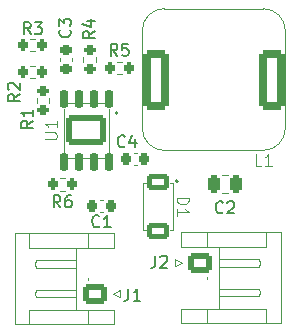
<source format=gto>
G04 #@! TF.GenerationSoftware,KiCad,Pcbnew,9.0.1-9.0.1-0~ubuntu24.04.1*
G04 #@! TF.CreationDate,2025-05-08T14:48:16+02:00*
G04 #@! TF.ProjectId,MP1584-5V,4d503135-3834-42d3-9556-2e6b69636164,rev?*
G04 #@! TF.SameCoordinates,Original*
G04 #@! TF.FileFunction,Legend,Top*
G04 #@! TF.FilePolarity,Positive*
%FSLAX46Y46*%
G04 Gerber Fmt 4.6, Leading zero omitted, Abs format (unit mm)*
G04 Created by KiCad (PCBNEW 9.0.1-9.0.1-0~ubuntu24.04.1) date 2025-05-08 14:48:16*
%MOMM*%
%LPD*%
G01*
G04 APERTURE LIST*
G04 Aperture macros list*
%AMRoundRect*
0 Rectangle with rounded corners*
0 $1 Rounding radius*
0 $2 $3 $4 $5 $6 $7 $8 $9 X,Y pos of 4 corners*
0 Add a 4 corners polygon primitive as box body*
4,1,4,$2,$3,$4,$5,$6,$7,$8,$9,$2,$3,0*
0 Add four circle primitives for the rounded corners*
1,1,$1+$1,$2,$3*
1,1,$1+$1,$4,$5*
1,1,$1+$1,$6,$7*
1,1,$1+$1,$8,$9*
0 Add four rect primitives between the rounded corners*
20,1,$1+$1,$2,$3,$4,$5,0*
20,1,$1+$1,$4,$5,$6,$7,0*
20,1,$1+$1,$6,$7,$8,$9,0*
20,1,$1+$1,$8,$9,$2,$3,0*%
G04 Aperture macros list end*
%ADD10C,0.100000*%
%ADD11C,0.150000*%
%ADD12C,0.200000*%
%ADD13C,0.120000*%
%ADD14RoundRect,0.201000X-0.749000X-0.469000X0.749000X-0.469000X0.749000X0.469000X-0.749000X0.469000X0*%
%ADD15RoundRect,0.200000X0.200000X0.275000X-0.200000X0.275000X-0.200000X-0.275000X0.200000X-0.275000X0*%
%ADD16RoundRect,0.250000X0.750000X-0.600000X0.750000X0.600000X-0.750000X0.600000X-0.750000X-0.600000X0*%
%ADD17O,2.000000X1.700000*%
%ADD18RoundRect,0.225000X-0.225000X-0.250000X0.225000X-0.250000X0.225000X0.250000X-0.225000X0.250000X0*%
%ADD19RoundRect,0.200000X0.275000X-0.200000X0.275000X0.200000X-0.275000X0.200000X-0.275000X-0.200000X0*%
%ADD20RoundRect,0.200000X-0.200000X-0.275000X0.200000X-0.275000X0.200000X0.275000X-0.200000X0.275000X0*%
%ADD21RoundRect,0.330000X0.770000X-2.170000X0.770000X2.170000X-0.770000X2.170000X-0.770000X-2.170000X0*%
%ADD22RoundRect,0.250000X-0.750000X0.600000X-0.750000X-0.600000X0.750000X-0.600000X0.750000X0.600000X0*%
%ADD23RoundRect,0.225000X0.250000X-0.225000X0.250000X0.225000X-0.250000X0.225000X-0.250000X-0.225000X0*%
%ADD24RoundRect,0.250000X0.250000X0.475000X-0.250000X0.475000X-0.250000X-0.475000X0.250000X-0.475000X0*%
%ADD25RoundRect,0.152500X-0.152500X0.647500X-0.152500X-0.647500X0.152500X-0.647500X0.152500X0.647500X0*%
%ADD26RoundRect,0.250000X-1.475000X-1.030000X1.475000X-1.030000X1.475000X1.030000X-1.475000X1.030000X0*%
G04 APERTURE END LIST*
D10*
X168362580Y-97331905D02*
X169362580Y-97331905D01*
X169362580Y-97331905D02*
X169362580Y-97570000D01*
X169362580Y-97570000D02*
X169314961Y-97712857D01*
X169314961Y-97712857D02*
X169219723Y-97808095D01*
X169219723Y-97808095D02*
X169124485Y-97855714D01*
X169124485Y-97855714D02*
X168934009Y-97903333D01*
X168934009Y-97903333D02*
X168791152Y-97903333D01*
X168791152Y-97903333D02*
X168600676Y-97855714D01*
X168600676Y-97855714D02*
X168505438Y-97808095D01*
X168505438Y-97808095D02*
X168410200Y-97712857D01*
X168410200Y-97712857D02*
X168362580Y-97570000D01*
X168362580Y-97570000D02*
X168362580Y-97331905D01*
X168362580Y-98855714D02*
X168362580Y-98284286D01*
X168362580Y-98570000D02*
X169362580Y-98570000D01*
X169362580Y-98570000D02*
X169219723Y-98474762D01*
X169219723Y-98474762D02*
X169124485Y-98379524D01*
X169124485Y-98379524D02*
X169076866Y-98284286D01*
D11*
X155983333Y-83494819D02*
X155650000Y-83018628D01*
X155411905Y-83494819D02*
X155411905Y-82494819D01*
X155411905Y-82494819D02*
X155792857Y-82494819D01*
X155792857Y-82494819D02*
X155888095Y-82542438D01*
X155888095Y-82542438D02*
X155935714Y-82590057D01*
X155935714Y-82590057D02*
X155983333Y-82685295D01*
X155983333Y-82685295D02*
X155983333Y-82828152D01*
X155983333Y-82828152D02*
X155935714Y-82923390D01*
X155935714Y-82923390D02*
X155888095Y-82971009D01*
X155888095Y-82971009D02*
X155792857Y-83018628D01*
X155792857Y-83018628D02*
X155411905Y-83018628D01*
X156316667Y-82494819D02*
X156935714Y-82494819D01*
X156935714Y-82494819D02*
X156602381Y-82875771D01*
X156602381Y-82875771D02*
X156745238Y-82875771D01*
X156745238Y-82875771D02*
X156840476Y-82923390D01*
X156840476Y-82923390D02*
X156888095Y-82971009D01*
X156888095Y-82971009D02*
X156935714Y-83066247D01*
X156935714Y-83066247D02*
X156935714Y-83304342D01*
X156935714Y-83304342D02*
X156888095Y-83399580D01*
X156888095Y-83399580D02*
X156840476Y-83447200D01*
X156840476Y-83447200D02*
X156745238Y-83494819D01*
X156745238Y-83494819D02*
X156459524Y-83494819D01*
X156459524Y-83494819D02*
X156364286Y-83447200D01*
X156364286Y-83447200D02*
X156316667Y-83399580D01*
X158503333Y-98154819D02*
X158170000Y-97678628D01*
X157931905Y-98154819D02*
X157931905Y-97154819D01*
X157931905Y-97154819D02*
X158312857Y-97154819D01*
X158312857Y-97154819D02*
X158408095Y-97202438D01*
X158408095Y-97202438D02*
X158455714Y-97250057D01*
X158455714Y-97250057D02*
X158503333Y-97345295D01*
X158503333Y-97345295D02*
X158503333Y-97488152D01*
X158503333Y-97488152D02*
X158455714Y-97583390D01*
X158455714Y-97583390D02*
X158408095Y-97631009D01*
X158408095Y-97631009D02*
X158312857Y-97678628D01*
X158312857Y-97678628D02*
X157931905Y-97678628D01*
X159360476Y-97154819D02*
X159170000Y-97154819D01*
X159170000Y-97154819D02*
X159074762Y-97202438D01*
X159074762Y-97202438D02*
X159027143Y-97250057D01*
X159027143Y-97250057D02*
X158931905Y-97392914D01*
X158931905Y-97392914D02*
X158884286Y-97583390D01*
X158884286Y-97583390D02*
X158884286Y-97964342D01*
X158884286Y-97964342D02*
X158931905Y-98059580D01*
X158931905Y-98059580D02*
X158979524Y-98107200D01*
X158979524Y-98107200D02*
X159074762Y-98154819D01*
X159074762Y-98154819D02*
X159265238Y-98154819D01*
X159265238Y-98154819D02*
X159360476Y-98107200D01*
X159360476Y-98107200D02*
X159408095Y-98059580D01*
X159408095Y-98059580D02*
X159455714Y-97964342D01*
X159455714Y-97964342D02*
X159455714Y-97726247D01*
X159455714Y-97726247D02*
X159408095Y-97631009D01*
X159408095Y-97631009D02*
X159360476Y-97583390D01*
X159360476Y-97583390D02*
X159265238Y-97535771D01*
X159265238Y-97535771D02*
X159074762Y-97535771D01*
X159074762Y-97535771D02*
X158979524Y-97583390D01*
X158979524Y-97583390D02*
X158931905Y-97631009D01*
X158931905Y-97631009D02*
X158884286Y-97726247D01*
X163323333Y-85324819D02*
X162990000Y-84848628D01*
X162751905Y-85324819D02*
X162751905Y-84324819D01*
X162751905Y-84324819D02*
X163132857Y-84324819D01*
X163132857Y-84324819D02*
X163228095Y-84372438D01*
X163228095Y-84372438D02*
X163275714Y-84420057D01*
X163275714Y-84420057D02*
X163323333Y-84515295D01*
X163323333Y-84515295D02*
X163323333Y-84658152D01*
X163323333Y-84658152D02*
X163275714Y-84753390D01*
X163275714Y-84753390D02*
X163228095Y-84801009D01*
X163228095Y-84801009D02*
X163132857Y-84848628D01*
X163132857Y-84848628D02*
X162751905Y-84848628D01*
X164228095Y-84324819D02*
X163751905Y-84324819D01*
X163751905Y-84324819D02*
X163704286Y-84801009D01*
X163704286Y-84801009D02*
X163751905Y-84753390D01*
X163751905Y-84753390D02*
X163847143Y-84705771D01*
X163847143Y-84705771D02*
X164085238Y-84705771D01*
X164085238Y-84705771D02*
X164180476Y-84753390D01*
X164180476Y-84753390D02*
X164228095Y-84801009D01*
X164228095Y-84801009D02*
X164275714Y-84896247D01*
X164275714Y-84896247D02*
X164275714Y-85134342D01*
X164275714Y-85134342D02*
X164228095Y-85229580D01*
X164228095Y-85229580D02*
X164180476Y-85277200D01*
X164180476Y-85277200D02*
X164085238Y-85324819D01*
X164085238Y-85324819D02*
X163847143Y-85324819D01*
X163847143Y-85324819D02*
X163751905Y-85277200D01*
X163751905Y-85277200D02*
X163704286Y-85229580D01*
X164264166Y-105054819D02*
X164264166Y-105769104D01*
X164264166Y-105769104D02*
X164216547Y-105911961D01*
X164216547Y-105911961D02*
X164121309Y-106007200D01*
X164121309Y-106007200D02*
X163978452Y-106054819D01*
X163978452Y-106054819D02*
X163883214Y-106054819D01*
X165264166Y-106054819D02*
X164692738Y-106054819D01*
X164978452Y-106054819D02*
X164978452Y-105054819D01*
X164978452Y-105054819D02*
X164883214Y-105197676D01*
X164883214Y-105197676D02*
X164787976Y-105292914D01*
X164787976Y-105292914D02*
X164692738Y-105340533D01*
X161803333Y-99739580D02*
X161755714Y-99787200D01*
X161755714Y-99787200D02*
X161612857Y-99834819D01*
X161612857Y-99834819D02*
X161517619Y-99834819D01*
X161517619Y-99834819D02*
X161374762Y-99787200D01*
X161374762Y-99787200D02*
X161279524Y-99691961D01*
X161279524Y-99691961D02*
X161231905Y-99596723D01*
X161231905Y-99596723D02*
X161184286Y-99406247D01*
X161184286Y-99406247D02*
X161184286Y-99263390D01*
X161184286Y-99263390D02*
X161231905Y-99072914D01*
X161231905Y-99072914D02*
X161279524Y-98977676D01*
X161279524Y-98977676D02*
X161374762Y-98882438D01*
X161374762Y-98882438D02*
X161517619Y-98834819D01*
X161517619Y-98834819D02*
X161612857Y-98834819D01*
X161612857Y-98834819D02*
X161755714Y-98882438D01*
X161755714Y-98882438D02*
X161803333Y-98930057D01*
X162755714Y-99834819D02*
X162184286Y-99834819D01*
X162470000Y-99834819D02*
X162470000Y-98834819D01*
X162470000Y-98834819D02*
X162374762Y-98977676D01*
X162374762Y-98977676D02*
X162279524Y-99072914D01*
X162279524Y-99072914D02*
X162184286Y-99120533D01*
X161414819Y-83236666D02*
X160938628Y-83569999D01*
X161414819Y-83808094D02*
X160414819Y-83808094D01*
X160414819Y-83808094D02*
X160414819Y-83427142D01*
X160414819Y-83427142D02*
X160462438Y-83331904D01*
X160462438Y-83331904D02*
X160510057Y-83284285D01*
X160510057Y-83284285D02*
X160605295Y-83236666D01*
X160605295Y-83236666D02*
X160748152Y-83236666D01*
X160748152Y-83236666D02*
X160843390Y-83284285D01*
X160843390Y-83284285D02*
X160891009Y-83331904D01*
X160891009Y-83331904D02*
X160938628Y-83427142D01*
X160938628Y-83427142D02*
X160938628Y-83808094D01*
X160748152Y-82379523D02*
X161414819Y-82379523D01*
X160367200Y-82617618D02*
X161081485Y-82855713D01*
X161081485Y-82855713D02*
X161081485Y-82236666D01*
X155054819Y-88576666D02*
X154578628Y-88909999D01*
X155054819Y-89148094D02*
X154054819Y-89148094D01*
X154054819Y-89148094D02*
X154054819Y-88767142D01*
X154054819Y-88767142D02*
X154102438Y-88671904D01*
X154102438Y-88671904D02*
X154150057Y-88624285D01*
X154150057Y-88624285D02*
X154245295Y-88576666D01*
X154245295Y-88576666D02*
X154388152Y-88576666D01*
X154388152Y-88576666D02*
X154483390Y-88624285D01*
X154483390Y-88624285D02*
X154531009Y-88671904D01*
X154531009Y-88671904D02*
X154578628Y-88767142D01*
X154578628Y-88767142D02*
X154578628Y-89148094D01*
X154150057Y-88195713D02*
X154102438Y-88148094D01*
X154102438Y-88148094D02*
X154054819Y-88052856D01*
X154054819Y-88052856D02*
X154054819Y-87814761D01*
X154054819Y-87814761D02*
X154102438Y-87719523D01*
X154102438Y-87719523D02*
X154150057Y-87671904D01*
X154150057Y-87671904D02*
X154245295Y-87624285D01*
X154245295Y-87624285D02*
X154340533Y-87624285D01*
X154340533Y-87624285D02*
X154483390Y-87671904D01*
X154483390Y-87671904D02*
X155054819Y-88243332D01*
X155054819Y-88243332D02*
X155054819Y-87624285D01*
D10*
X175523335Y-94637419D02*
X175047145Y-94637419D01*
X175047145Y-94637419D02*
X175047145Y-93637419D01*
X176380478Y-94637419D02*
X175809050Y-94637419D01*
X176094764Y-94637419D02*
X176094764Y-93637419D01*
X176094764Y-93637419D02*
X175999526Y-93780276D01*
X175999526Y-93780276D02*
X175904288Y-93875514D01*
X175904288Y-93875514D02*
X175809050Y-93923133D01*
D11*
X166539166Y-102274819D02*
X166539166Y-102989104D01*
X166539166Y-102989104D02*
X166491547Y-103131961D01*
X166491547Y-103131961D02*
X166396309Y-103227200D01*
X166396309Y-103227200D02*
X166253452Y-103274819D01*
X166253452Y-103274819D02*
X166158214Y-103274819D01*
X166967738Y-102370057D02*
X167015357Y-102322438D01*
X167015357Y-102322438D02*
X167110595Y-102274819D01*
X167110595Y-102274819D02*
X167348690Y-102274819D01*
X167348690Y-102274819D02*
X167443928Y-102322438D01*
X167443928Y-102322438D02*
X167491547Y-102370057D01*
X167491547Y-102370057D02*
X167539166Y-102465295D01*
X167539166Y-102465295D02*
X167539166Y-102560533D01*
X167539166Y-102560533D02*
X167491547Y-102703390D01*
X167491547Y-102703390D02*
X166920119Y-103274819D01*
X166920119Y-103274819D02*
X167539166Y-103274819D01*
X159299580Y-83136666D02*
X159347200Y-83184285D01*
X159347200Y-83184285D02*
X159394819Y-83327142D01*
X159394819Y-83327142D02*
X159394819Y-83422380D01*
X159394819Y-83422380D02*
X159347200Y-83565237D01*
X159347200Y-83565237D02*
X159251961Y-83660475D01*
X159251961Y-83660475D02*
X159156723Y-83708094D01*
X159156723Y-83708094D02*
X158966247Y-83755713D01*
X158966247Y-83755713D02*
X158823390Y-83755713D01*
X158823390Y-83755713D02*
X158632914Y-83708094D01*
X158632914Y-83708094D02*
X158537676Y-83660475D01*
X158537676Y-83660475D02*
X158442438Y-83565237D01*
X158442438Y-83565237D02*
X158394819Y-83422380D01*
X158394819Y-83422380D02*
X158394819Y-83327142D01*
X158394819Y-83327142D02*
X158442438Y-83184285D01*
X158442438Y-83184285D02*
X158490057Y-83136666D01*
X158394819Y-82803332D02*
X158394819Y-82184285D01*
X158394819Y-82184285D02*
X158775771Y-82517618D01*
X158775771Y-82517618D02*
X158775771Y-82374761D01*
X158775771Y-82374761D02*
X158823390Y-82279523D01*
X158823390Y-82279523D02*
X158871009Y-82231904D01*
X158871009Y-82231904D02*
X158966247Y-82184285D01*
X158966247Y-82184285D02*
X159204342Y-82184285D01*
X159204342Y-82184285D02*
X159299580Y-82231904D01*
X159299580Y-82231904D02*
X159347200Y-82279523D01*
X159347200Y-82279523D02*
X159394819Y-82374761D01*
X159394819Y-82374761D02*
X159394819Y-82660475D01*
X159394819Y-82660475D02*
X159347200Y-82755713D01*
X159347200Y-82755713D02*
X159299580Y-82803332D01*
X163963333Y-92979580D02*
X163915714Y-93027200D01*
X163915714Y-93027200D02*
X163772857Y-93074819D01*
X163772857Y-93074819D02*
X163677619Y-93074819D01*
X163677619Y-93074819D02*
X163534762Y-93027200D01*
X163534762Y-93027200D02*
X163439524Y-92931961D01*
X163439524Y-92931961D02*
X163391905Y-92836723D01*
X163391905Y-92836723D02*
X163344286Y-92646247D01*
X163344286Y-92646247D02*
X163344286Y-92503390D01*
X163344286Y-92503390D02*
X163391905Y-92312914D01*
X163391905Y-92312914D02*
X163439524Y-92217676D01*
X163439524Y-92217676D02*
X163534762Y-92122438D01*
X163534762Y-92122438D02*
X163677619Y-92074819D01*
X163677619Y-92074819D02*
X163772857Y-92074819D01*
X163772857Y-92074819D02*
X163915714Y-92122438D01*
X163915714Y-92122438D02*
X163963333Y-92170057D01*
X164820476Y-92408152D02*
X164820476Y-93074819D01*
X164582381Y-92027200D02*
X164344286Y-92741485D01*
X164344286Y-92741485D02*
X164963333Y-92741485D01*
X172263333Y-98569580D02*
X172215714Y-98617200D01*
X172215714Y-98617200D02*
X172072857Y-98664819D01*
X172072857Y-98664819D02*
X171977619Y-98664819D01*
X171977619Y-98664819D02*
X171834762Y-98617200D01*
X171834762Y-98617200D02*
X171739524Y-98521961D01*
X171739524Y-98521961D02*
X171691905Y-98426723D01*
X171691905Y-98426723D02*
X171644286Y-98236247D01*
X171644286Y-98236247D02*
X171644286Y-98093390D01*
X171644286Y-98093390D02*
X171691905Y-97902914D01*
X171691905Y-97902914D02*
X171739524Y-97807676D01*
X171739524Y-97807676D02*
X171834762Y-97712438D01*
X171834762Y-97712438D02*
X171977619Y-97664819D01*
X171977619Y-97664819D02*
X172072857Y-97664819D01*
X172072857Y-97664819D02*
X172215714Y-97712438D01*
X172215714Y-97712438D02*
X172263333Y-97760057D01*
X172644286Y-97760057D02*
X172691905Y-97712438D01*
X172691905Y-97712438D02*
X172787143Y-97664819D01*
X172787143Y-97664819D02*
X173025238Y-97664819D01*
X173025238Y-97664819D02*
X173120476Y-97712438D01*
X173120476Y-97712438D02*
X173168095Y-97760057D01*
X173168095Y-97760057D02*
X173215714Y-97855295D01*
X173215714Y-97855295D02*
X173215714Y-97950533D01*
X173215714Y-97950533D02*
X173168095Y-98093390D01*
X173168095Y-98093390D02*
X172596667Y-98664819D01*
X172596667Y-98664819D02*
X173215714Y-98664819D01*
D10*
X157187419Y-92391904D02*
X157996942Y-92391904D01*
X157996942Y-92391904D02*
X158092180Y-92344285D01*
X158092180Y-92344285D02*
X158139800Y-92296666D01*
X158139800Y-92296666D02*
X158187419Y-92201428D01*
X158187419Y-92201428D02*
X158187419Y-92010952D01*
X158187419Y-92010952D02*
X158139800Y-91915714D01*
X158139800Y-91915714D02*
X158092180Y-91868095D01*
X158092180Y-91868095D02*
X157996942Y-91820476D01*
X157996942Y-91820476D02*
X157187419Y-91820476D01*
X158187419Y-90820476D02*
X158187419Y-91391904D01*
X158187419Y-91106190D02*
X157187419Y-91106190D01*
X157187419Y-91106190D02*
X157330276Y-91201428D01*
X157330276Y-91201428D02*
X157425514Y-91296666D01*
X157425514Y-91296666D02*
X157473133Y-91391904D01*
D11*
X156164819Y-90836666D02*
X155688628Y-91169999D01*
X156164819Y-91408094D02*
X155164819Y-91408094D01*
X155164819Y-91408094D02*
X155164819Y-91027142D01*
X155164819Y-91027142D02*
X155212438Y-90931904D01*
X155212438Y-90931904D02*
X155260057Y-90884285D01*
X155260057Y-90884285D02*
X155355295Y-90836666D01*
X155355295Y-90836666D02*
X155498152Y-90836666D01*
X155498152Y-90836666D02*
X155593390Y-90884285D01*
X155593390Y-90884285D02*
X155641009Y-90931904D01*
X155641009Y-90931904D02*
X155688628Y-91027142D01*
X155688628Y-91027142D02*
X155688628Y-91408094D01*
X156164819Y-89884285D02*
X156164819Y-90455713D01*
X156164819Y-90169999D02*
X155164819Y-90169999D01*
X155164819Y-90169999D02*
X155307676Y-90265237D01*
X155307676Y-90265237D02*
X155402914Y-90360475D01*
X155402914Y-90360475D02*
X155450533Y-90455713D01*
D10*
X165510000Y-96135000D02*
X165510000Y-100085000D01*
X165510000Y-100085000D02*
X165510000Y-96135000D01*
X165510000Y-100085000D02*
X165750000Y-100085000D01*
X165740000Y-96135000D02*
X165510000Y-96135000D01*
X167770000Y-96135000D02*
X168010000Y-96135000D01*
X168010000Y-100085000D02*
X167770000Y-100085000D01*
X168010000Y-100085000D02*
X168010000Y-96135000D01*
D12*
X168462195Y-95937805D02*
G75*
G02*
X168277805Y-95937805I-92195J0D01*
G01*
X168277805Y-95937805D02*
G75*
G02*
X168462195Y-95937805I92195J0D01*
G01*
D13*
X156387258Y-83867500D02*
X155912742Y-83867500D01*
X156387258Y-84912500D02*
X155912742Y-84912500D01*
X158927258Y-95697500D02*
X158452742Y-95697500D01*
X158927258Y-96742500D02*
X158452742Y-96742500D01*
X163727258Y-85857500D02*
X163252742Y-85857500D01*
X163727258Y-86902500D02*
X163252742Y-86902500D01*
X154620000Y-100350000D02*
X163040000Y-100350000D01*
X154620000Y-108070000D02*
X154620000Y-100350000D01*
X155840000Y-100350000D02*
X155840000Y-101570000D01*
X155840000Y-101570000D02*
X160840000Y-101570000D01*
X155840000Y-106850000D02*
X160840000Y-106850000D01*
X155840000Y-108070000D02*
X155840000Y-106850000D01*
X156340000Y-102960000D02*
X156420000Y-102640000D01*
X156340000Y-105460000D02*
X156420000Y-105140000D01*
X156420000Y-102640000D02*
X159840000Y-102640000D01*
X156420000Y-103280000D02*
X156340000Y-102960000D01*
X156420000Y-105140000D02*
X159840000Y-105140000D01*
X156420000Y-105780000D02*
X156340000Y-105460000D01*
X159840000Y-102640000D02*
X159840000Y-102960000D01*
X159840000Y-102960000D02*
X159840000Y-103280000D01*
X159840000Y-103280000D02*
X156420000Y-103280000D01*
X159840000Y-105140000D02*
X159840000Y-105460000D01*
X159840000Y-105460000D02*
X159840000Y-105780000D01*
X159840000Y-105780000D02*
X156420000Y-105780000D01*
X159840000Y-106850000D02*
X159840000Y-101570000D01*
X160840000Y-101570000D02*
X160840000Y-100350000D01*
X160840000Y-104290000D02*
X160840000Y-104130000D01*
X160840000Y-106850000D02*
X160840000Y-108070000D01*
X160840000Y-106850000D02*
X163040000Y-106850000D01*
X162930000Y-105460000D02*
X163530000Y-105760000D01*
X163040000Y-100350000D02*
X163040000Y-101570000D01*
X163040000Y-101570000D02*
X160840000Y-101570000D01*
X163040000Y-106850000D02*
X163040000Y-108070000D01*
X163040000Y-108070000D02*
X154620000Y-108070000D01*
X163530000Y-105160000D02*
X162930000Y-105460000D01*
X163530000Y-105760000D02*
X163530000Y-105160000D01*
X161849420Y-97520000D02*
X162130580Y-97520000D01*
X161849420Y-98540000D02*
X162130580Y-98540000D01*
X160447500Y-85877258D02*
X160447500Y-85402742D01*
X161492500Y-85877258D02*
X161492500Y-85402742D01*
X155912742Y-86187500D02*
X156387258Y-86187500D01*
X155912742Y-87232500D02*
X156387258Y-87232500D01*
D10*
X165440000Y-83190000D02*
X165440000Y-91490002D01*
X167289998Y-93340000D02*
X175690002Y-93340000D01*
X167290000Y-81340000D02*
X175690000Y-81340000D01*
X177540000Y-91490000D02*
X177540000Y-83190000D01*
X165440000Y-83190000D02*
G75*
G02*
X167290000Y-81340000I1850000J0D01*
G01*
X167290000Y-93340000D02*
G75*
G02*
X165440000Y-91490000I-2J1849998D01*
G01*
X175690000Y-81340000D02*
G75*
G02*
X177540000Y-83190000I0J-1850000D01*
G01*
X177540000Y-91490000D02*
G75*
G02*
X175690000Y-93340000I-1849998J-2D01*
G01*
D13*
X168230000Y-102570000D02*
X168230000Y-103170000D01*
X168230000Y-103170000D02*
X168830000Y-102870000D01*
X168720000Y-100260000D02*
X177140000Y-100260000D01*
X168720000Y-101480000D02*
X168720000Y-100260000D01*
X168720000Y-106760000D02*
X170920000Y-106760000D01*
X168720000Y-107980000D02*
X168720000Y-106760000D01*
X168830000Y-102870000D02*
X168230000Y-102570000D01*
X170920000Y-101480000D02*
X168720000Y-101480000D01*
X170920000Y-101480000D02*
X170920000Y-100260000D01*
X170920000Y-104040000D02*
X170920000Y-104200000D01*
X170920000Y-106760000D02*
X170920000Y-107980000D01*
X171920000Y-101480000D02*
X171920000Y-106760000D01*
X171920000Y-102550000D02*
X175340000Y-102550000D01*
X171920000Y-102870000D02*
X171920000Y-102550000D01*
X171920000Y-103190000D02*
X171920000Y-102870000D01*
X171920000Y-105050000D02*
X175340000Y-105050000D01*
X171920000Y-105370000D02*
X171920000Y-105050000D01*
X171920000Y-105690000D02*
X171920000Y-105370000D01*
X175340000Y-102550000D02*
X175420000Y-102870000D01*
X175340000Y-103190000D02*
X171920000Y-103190000D01*
X175340000Y-105050000D02*
X175420000Y-105370000D01*
X175340000Y-105690000D02*
X171920000Y-105690000D01*
X175420000Y-102870000D02*
X175340000Y-103190000D01*
X175420000Y-105370000D02*
X175340000Y-105690000D01*
X175920000Y-100260000D02*
X175920000Y-101480000D01*
X175920000Y-101480000D02*
X170920000Y-101480000D01*
X175920000Y-106760000D02*
X170920000Y-106760000D01*
X175920000Y-107980000D02*
X175920000Y-106760000D01*
X177140000Y-100260000D02*
X177140000Y-107980000D01*
X177140000Y-107980000D02*
X168720000Y-107980000D01*
X158440000Y-85790580D02*
X158440000Y-85509420D01*
X159460000Y-85790580D02*
X159460000Y-85509420D01*
X164699420Y-93540000D02*
X164980580Y-93540000D01*
X164699420Y-94560000D02*
X164980580Y-94560000D01*
X172711252Y-95455000D02*
X172188748Y-95455000D01*
X172711252Y-96925000D02*
X172188748Y-96925000D01*
D10*
X158790000Y-93470000D02*
X158790000Y-89830000D01*
X159680000Y-89350000D02*
X159150000Y-89350000D01*
X159680000Y-93950000D02*
X159150000Y-93950000D01*
X160950000Y-89350000D02*
X160420000Y-89350000D01*
X160950000Y-93950000D02*
X160420000Y-93950000D01*
X162220000Y-89350000D02*
X161690000Y-89350000D01*
X162220000Y-93950000D02*
X161680000Y-93950000D01*
X162590000Y-93470000D02*
X162590000Y-89820000D01*
D12*
X163340000Y-90175000D02*
G75*
G02*
X163140000Y-90175000I-100000J0D01*
G01*
X163140000Y-90175000D02*
G75*
G02*
X163340000Y-90175000I100000J0D01*
G01*
D13*
X156517500Y-89337258D02*
X156517500Y-88862742D01*
X157562500Y-89337258D02*
X157562500Y-88862742D01*
%LPC*%
D14*
X166760000Y-96010000D03*
X166760000Y-100170000D03*
D15*
X156975000Y-84390000D03*
X155325000Y-84390000D03*
X159515000Y-96220000D03*
X157865000Y-96220000D03*
X164315000Y-86380000D03*
X162665000Y-86380000D03*
D16*
X161430000Y-105460000D03*
D17*
X161430000Y-102960000D03*
D18*
X161215000Y-98030000D03*
X162765000Y-98030000D03*
D19*
X160970000Y-86465000D03*
X160970000Y-84815000D03*
D20*
X155325000Y-86710000D03*
X156975000Y-86710000D03*
D21*
X166590000Y-87340000D03*
X176390000Y-87340000D03*
D22*
X170330000Y-102870000D03*
D17*
X170330000Y-105370000D03*
D23*
X158950000Y-86425000D03*
X158950000Y-84875000D03*
D18*
X164065000Y-94050000D03*
X165615000Y-94050000D03*
D24*
X173400000Y-96190000D03*
X171500000Y-96190000D03*
D25*
X162590000Y-88950000D03*
X161320000Y-88950000D03*
X160050000Y-88950000D03*
X158780000Y-88950000D03*
X158780000Y-94350000D03*
X160050000Y-94350000D03*
X161320000Y-94350000D03*
X162590000Y-94350000D03*
D26*
X160685000Y-91650000D03*
D19*
X157040000Y-89925000D03*
X157040000Y-88275000D03*
%LPD*%
M02*

</source>
